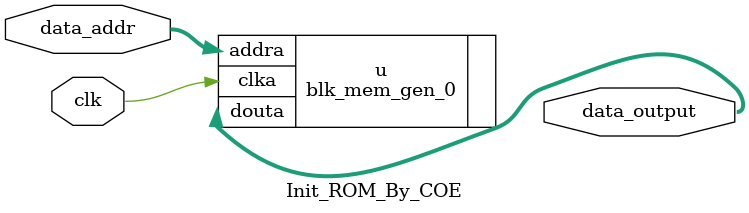
<source format=v>
`timescale 1ns / 1ps


module Init_ROM_By_COE #(parameter addr_width = 17, data_width = 12) (
    input clk,
    input [addr_width-1 : 0] data_addr,
    output wire [data_width-1 : 0] data_output
    );
    blk_mem_gen_0 u(.clka(clk), .addra(data_addr), .douta(data_output));
endmodule

</source>
